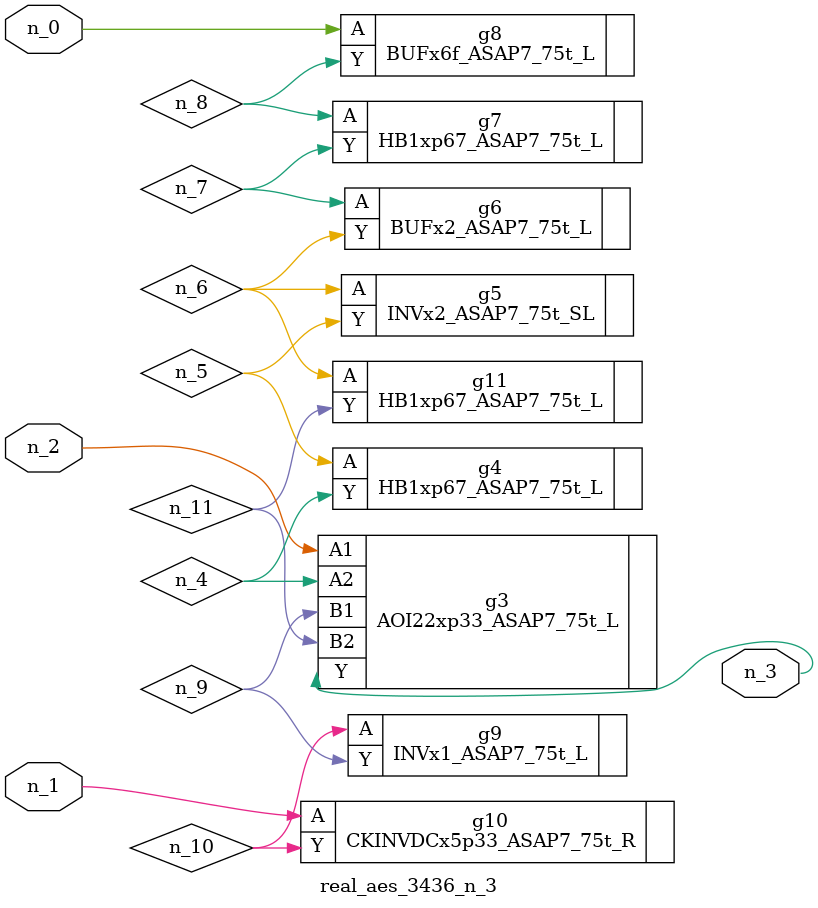
<source format=v>
module real_aes_3436_n_3 (n_0, n_2, n_1, n_3);
input n_0;
input n_2;
input n_1;
output n_3;
wire n_4;
wire n_5;
wire n_7;
wire n_9;
wire n_6;
wire n_8;
wire n_10;
wire n_11;
BUFx6f_ASAP7_75t_L g8 ( .A(n_0), .Y(n_8) );
CKINVDCx5p33_ASAP7_75t_R g10 ( .A(n_1), .Y(n_10) );
AOI22xp33_ASAP7_75t_L g3 ( .A1(n_2), .A2(n_4), .B1(n_9), .B2(n_11), .Y(n_3) );
HB1xp67_ASAP7_75t_L g4 ( .A(n_5), .Y(n_4) );
INVx2_ASAP7_75t_SL g5 ( .A(n_6), .Y(n_5) );
HB1xp67_ASAP7_75t_L g11 ( .A(n_6), .Y(n_11) );
BUFx2_ASAP7_75t_L g6 ( .A(n_7), .Y(n_6) );
HB1xp67_ASAP7_75t_L g7 ( .A(n_8), .Y(n_7) );
INVx1_ASAP7_75t_L g9 ( .A(n_10), .Y(n_9) );
endmodule
</source>
